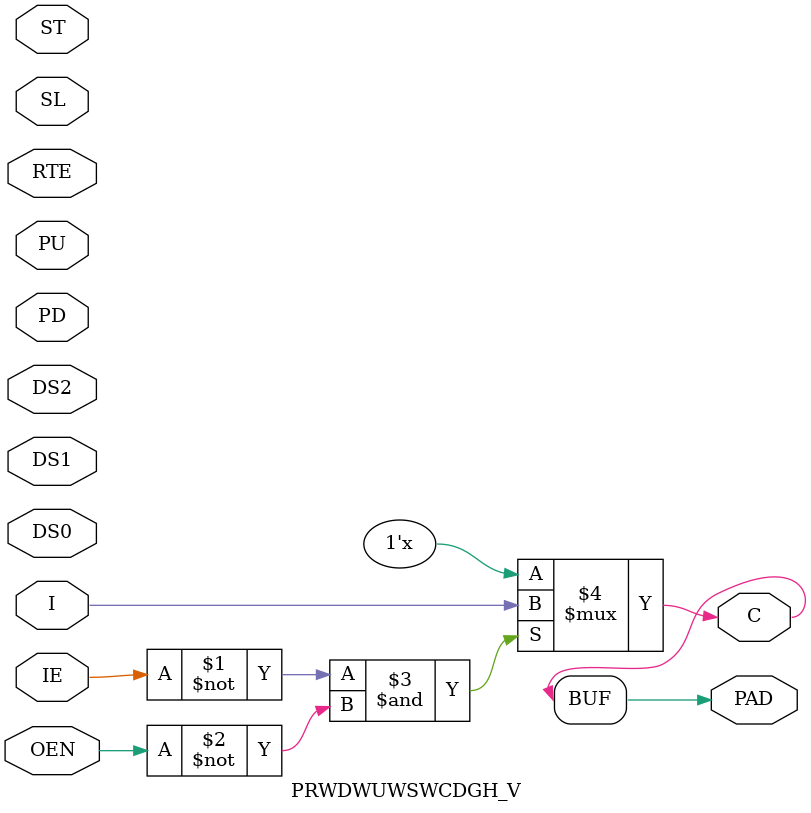
<source format=v>

module PRWDWUWSWCDGH_V (C, DS0, DS1, DS2, I, IE, OEN, PAD, PU, PD, ST, SL, RTE);

  input  DS0, DS1, DS2, I, IE, OEN, PU, PD, ST, SL, RTE;
  output C;
  output  PAD;
  
  assign C = PAD;
  
  assign PAD = ((IE == 1'b0) & (OEN ==1'b0)) ? I : 1'bz;

endmodule

</source>
